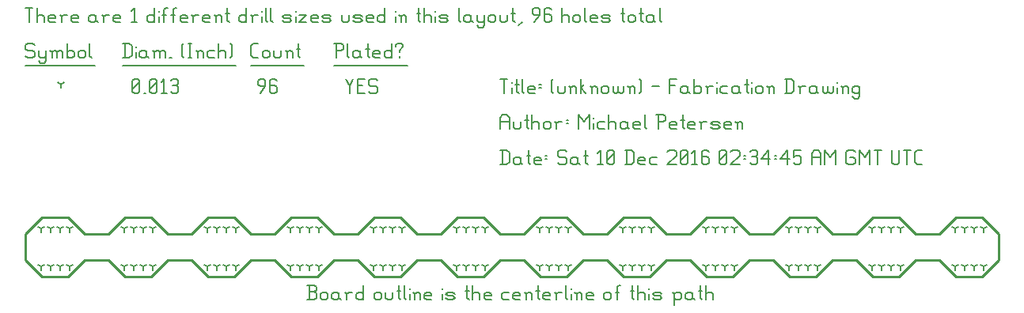
<source format=gbr>
G04 start of page 12 for group -3984 idx -3984 *
G04 Title: (unknown), fab *
G04 Creator: pcb 20140316 *
G04 CreationDate: Sat 10 Dec 2016 02:34:45 AM GMT UTC *
G04 For: railfan *
G04 Format: Gerber/RS-274X *
G04 PCB-Dimensions (mil): 4100.00 250.00 *
G04 PCB-Coordinate-Origin: lower left *
%MOIN*%
%FSLAX25Y25*%
%LNFAB*%
%ADD31C,0.0100*%
%ADD30C,0.0075*%
%ADD29C,0.0060*%
%ADD28C,0.0080*%
G54D28*X6500Y20500D02*Y18900D01*
Y20500D02*X7887Y21300D01*
X6500Y20500D02*X5113Y21300D01*
X10500Y20500D02*Y18900D01*
Y20500D02*X11887Y21300D01*
X10500Y20500D02*X9113Y21300D01*
X14500Y20500D02*Y18900D01*
Y20500D02*X15887Y21300D01*
X14500Y20500D02*X13113Y21300D01*
X18500Y20500D02*Y18900D01*
Y20500D02*X19887Y21300D01*
X18500Y20500D02*X17113Y21300D01*
X6500Y4500D02*Y2900D01*
Y4500D02*X7887Y5300D01*
X6500Y4500D02*X5113Y5300D01*
X10500Y4500D02*Y2900D01*
Y4500D02*X11887Y5300D01*
X10500Y4500D02*X9113Y5300D01*
X14500Y4500D02*Y2900D01*
Y4500D02*X15887Y5300D01*
X14500Y4500D02*X13113Y5300D01*
X18500Y4500D02*Y2900D01*
Y4500D02*X19887Y5300D01*
X18500Y4500D02*X17113Y5300D01*
X41500Y20500D02*Y18900D01*
Y20500D02*X42887Y21300D01*
X41500Y20500D02*X40113Y21300D01*
X45500Y20500D02*Y18900D01*
Y20500D02*X46887Y21300D01*
X45500Y20500D02*X44113Y21300D01*
X49500Y20500D02*Y18900D01*
Y20500D02*X50887Y21300D01*
X49500Y20500D02*X48113Y21300D01*
X53500Y20500D02*Y18900D01*
Y20500D02*X54887Y21300D01*
X53500Y20500D02*X52113Y21300D01*
X41500Y4500D02*Y2900D01*
Y4500D02*X42887Y5300D01*
X41500Y4500D02*X40113Y5300D01*
X45500Y4500D02*Y2900D01*
Y4500D02*X46887Y5300D01*
X45500Y4500D02*X44113Y5300D01*
X49500Y4500D02*Y2900D01*
Y4500D02*X50887Y5300D01*
X49500Y4500D02*X48113Y5300D01*
X53500Y4500D02*Y2900D01*
Y4500D02*X54887Y5300D01*
X53500Y4500D02*X52113Y5300D01*
X76500Y20500D02*Y18900D01*
Y20500D02*X77887Y21300D01*
X76500Y20500D02*X75113Y21300D01*
X80500Y20500D02*Y18900D01*
Y20500D02*X81887Y21300D01*
X80500Y20500D02*X79113Y21300D01*
X84500Y20500D02*Y18900D01*
Y20500D02*X85887Y21300D01*
X84500Y20500D02*X83113Y21300D01*
X88500Y20500D02*Y18900D01*
Y20500D02*X89887Y21300D01*
X88500Y20500D02*X87113Y21300D01*
X76500Y4500D02*Y2900D01*
Y4500D02*X77887Y5300D01*
X76500Y4500D02*X75113Y5300D01*
X80500Y4500D02*Y2900D01*
Y4500D02*X81887Y5300D01*
X80500Y4500D02*X79113Y5300D01*
X84500Y4500D02*Y2900D01*
Y4500D02*X85887Y5300D01*
X84500Y4500D02*X83113Y5300D01*
X88500Y4500D02*Y2900D01*
Y4500D02*X89887Y5300D01*
X88500Y4500D02*X87113Y5300D01*
X111500Y20500D02*Y18900D01*
Y20500D02*X112887Y21300D01*
X111500Y20500D02*X110113Y21300D01*
X115500Y20500D02*Y18900D01*
Y20500D02*X116887Y21300D01*
X115500Y20500D02*X114113Y21300D01*
X119500Y20500D02*Y18900D01*
Y20500D02*X120887Y21300D01*
X119500Y20500D02*X118113Y21300D01*
X123500Y20500D02*Y18900D01*
Y20500D02*X124887Y21300D01*
X123500Y20500D02*X122113Y21300D01*
X111500Y4500D02*Y2900D01*
Y4500D02*X112887Y5300D01*
X111500Y4500D02*X110113Y5300D01*
X115500Y4500D02*Y2900D01*
Y4500D02*X116887Y5300D01*
X115500Y4500D02*X114113Y5300D01*
X119500Y4500D02*Y2900D01*
Y4500D02*X120887Y5300D01*
X119500Y4500D02*X118113Y5300D01*
X123500Y4500D02*Y2900D01*
Y4500D02*X124887Y5300D01*
X123500Y4500D02*X122113Y5300D01*
X146500Y20500D02*Y18900D01*
Y20500D02*X147887Y21300D01*
X146500Y20500D02*X145113Y21300D01*
X150500Y20500D02*Y18900D01*
Y20500D02*X151887Y21300D01*
X150500Y20500D02*X149113Y21300D01*
X154500Y20500D02*Y18900D01*
Y20500D02*X155887Y21300D01*
X154500Y20500D02*X153113Y21300D01*
X158500Y20500D02*Y18900D01*
Y20500D02*X159887Y21300D01*
X158500Y20500D02*X157113Y21300D01*
X146500Y4500D02*Y2900D01*
Y4500D02*X147887Y5300D01*
X146500Y4500D02*X145113Y5300D01*
X150500Y4500D02*Y2900D01*
Y4500D02*X151887Y5300D01*
X150500Y4500D02*X149113Y5300D01*
X154500Y4500D02*Y2900D01*
Y4500D02*X155887Y5300D01*
X154500Y4500D02*X153113Y5300D01*
X158500Y4500D02*Y2900D01*
Y4500D02*X159887Y5300D01*
X158500Y4500D02*X157113Y5300D01*
X181500Y20500D02*Y18900D01*
Y20500D02*X182887Y21300D01*
X181500Y20500D02*X180113Y21300D01*
X185500Y20500D02*Y18900D01*
Y20500D02*X186887Y21300D01*
X185500Y20500D02*X184113Y21300D01*
X189500Y20500D02*Y18900D01*
Y20500D02*X190887Y21300D01*
X189500Y20500D02*X188113Y21300D01*
X193500Y20500D02*Y18900D01*
Y20500D02*X194887Y21300D01*
X193500Y20500D02*X192113Y21300D01*
X181500Y4500D02*Y2900D01*
Y4500D02*X182887Y5300D01*
X181500Y4500D02*X180113Y5300D01*
X185500Y4500D02*Y2900D01*
Y4500D02*X186887Y5300D01*
X185500Y4500D02*X184113Y5300D01*
X189500Y4500D02*Y2900D01*
Y4500D02*X190887Y5300D01*
X189500Y4500D02*X188113Y5300D01*
X193500Y4500D02*Y2900D01*
Y4500D02*X194887Y5300D01*
X193500Y4500D02*X192113Y5300D01*
X216500Y20500D02*Y18900D01*
Y20500D02*X217887Y21300D01*
X216500Y20500D02*X215113Y21300D01*
X220500Y20500D02*Y18900D01*
Y20500D02*X221887Y21300D01*
X220500Y20500D02*X219113Y21300D01*
X224500Y20500D02*Y18900D01*
Y20500D02*X225887Y21300D01*
X224500Y20500D02*X223113Y21300D01*
X228500Y20500D02*Y18900D01*
Y20500D02*X229887Y21300D01*
X228500Y20500D02*X227113Y21300D01*
X216500Y4500D02*Y2900D01*
Y4500D02*X217887Y5300D01*
X216500Y4500D02*X215113Y5300D01*
X220500Y4500D02*Y2900D01*
Y4500D02*X221887Y5300D01*
X220500Y4500D02*X219113Y5300D01*
X224500Y4500D02*Y2900D01*
Y4500D02*X225887Y5300D01*
X224500Y4500D02*X223113Y5300D01*
X228500Y4500D02*Y2900D01*
Y4500D02*X229887Y5300D01*
X228500Y4500D02*X227113Y5300D01*
X251500Y20500D02*Y18900D01*
Y20500D02*X252887Y21300D01*
X251500Y20500D02*X250113Y21300D01*
X255500Y20500D02*Y18900D01*
Y20500D02*X256887Y21300D01*
X255500Y20500D02*X254113Y21300D01*
X259500Y20500D02*Y18900D01*
Y20500D02*X260887Y21300D01*
X259500Y20500D02*X258113Y21300D01*
X263500Y20500D02*Y18900D01*
Y20500D02*X264887Y21300D01*
X263500Y20500D02*X262113Y21300D01*
X251500Y4500D02*Y2900D01*
Y4500D02*X252887Y5300D01*
X251500Y4500D02*X250113Y5300D01*
X255500Y4500D02*Y2900D01*
Y4500D02*X256887Y5300D01*
X255500Y4500D02*X254113Y5300D01*
X259500Y4500D02*Y2900D01*
Y4500D02*X260887Y5300D01*
X259500Y4500D02*X258113Y5300D01*
X263500Y4500D02*Y2900D01*
Y4500D02*X264887Y5300D01*
X263500Y4500D02*X262113Y5300D01*
X286500Y20500D02*Y18900D01*
Y20500D02*X287887Y21300D01*
X286500Y20500D02*X285113Y21300D01*
X290500Y20500D02*Y18900D01*
Y20500D02*X291887Y21300D01*
X290500Y20500D02*X289113Y21300D01*
X294500Y20500D02*Y18900D01*
Y20500D02*X295887Y21300D01*
X294500Y20500D02*X293113Y21300D01*
X298500Y20500D02*Y18900D01*
Y20500D02*X299887Y21300D01*
X298500Y20500D02*X297113Y21300D01*
X286500Y4500D02*Y2900D01*
Y4500D02*X287887Y5300D01*
X286500Y4500D02*X285113Y5300D01*
X290500Y4500D02*Y2900D01*
Y4500D02*X291887Y5300D01*
X290500Y4500D02*X289113Y5300D01*
X294500Y4500D02*Y2900D01*
Y4500D02*X295887Y5300D01*
X294500Y4500D02*X293113Y5300D01*
X298500Y4500D02*Y2900D01*
Y4500D02*X299887Y5300D01*
X298500Y4500D02*X297113Y5300D01*
X321500Y20500D02*Y18900D01*
Y20500D02*X322887Y21300D01*
X321500Y20500D02*X320113Y21300D01*
X325500Y20500D02*Y18900D01*
Y20500D02*X326887Y21300D01*
X325500Y20500D02*X324113Y21300D01*
X329500Y20500D02*Y18900D01*
Y20500D02*X330887Y21300D01*
X329500Y20500D02*X328113Y21300D01*
X333500Y20500D02*Y18900D01*
Y20500D02*X334887Y21300D01*
X333500Y20500D02*X332113Y21300D01*
X321500Y4500D02*Y2900D01*
Y4500D02*X322887Y5300D01*
X321500Y4500D02*X320113Y5300D01*
X325500Y4500D02*Y2900D01*
Y4500D02*X326887Y5300D01*
X325500Y4500D02*X324113Y5300D01*
X329500Y4500D02*Y2900D01*
Y4500D02*X330887Y5300D01*
X329500Y4500D02*X328113Y5300D01*
X333500Y4500D02*Y2900D01*
Y4500D02*X334887Y5300D01*
X333500Y4500D02*X332113Y5300D01*
X356500Y20500D02*Y18900D01*
Y20500D02*X357887Y21300D01*
X356500Y20500D02*X355113Y21300D01*
X360500Y20500D02*Y18900D01*
Y20500D02*X361887Y21300D01*
X360500Y20500D02*X359113Y21300D01*
X364500Y20500D02*Y18900D01*
Y20500D02*X365887Y21300D01*
X364500Y20500D02*X363113Y21300D01*
X368500Y20500D02*Y18900D01*
Y20500D02*X369887Y21300D01*
X368500Y20500D02*X367113Y21300D01*
X356500Y4500D02*Y2900D01*
Y4500D02*X357887Y5300D01*
X356500Y4500D02*X355113Y5300D01*
X360500Y4500D02*Y2900D01*
Y4500D02*X361887Y5300D01*
X360500Y4500D02*X359113Y5300D01*
X364500Y4500D02*Y2900D01*
Y4500D02*X365887Y5300D01*
X364500Y4500D02*X363113Y5300D01*
X368500Y4500D02*Y2900D01*
Y4500D02*X369887Y5300D01*
X368500Y4500D02*X367113Y5300D01*
X391500Y20500D02*Y18900D01*
Y20500D02*X392887Y21300D01*
X391500Y20500D02*X390113Y21300D01*
X395500Y20500D02*Y18900D01*
Y20500D02*X396887Y21300D01*
X395500Y20500D02*X394113Y21300D01*
X399500Y20500D02*Y18900D01*
Y20500D02*X400887Y21300D01*
X399500Y20500D02*X398113Y21300D01*
X403500Y20500D02*Y18900D01*
Y20500D02*X404887Y21300D01*
X403500Y20500D02*X402113Y21300D01*
X391500Y4500D02*Y2900D01*
Y4500D02*X392887Y5300D01*
X391500Y4500D02*X390113Y5300D01*
X395500Y4500D02*Y2900D01*
Y4500D02*X396887Y5300D01*
X395500Y4500D02*X394113Y5300D01*
X399500Y4500D02*Y2900D01*
Y4500D02*X400887Y5300D01*
X399500Y4500D02*X398113Y5300D01*
X403500Y4500D02*Y2900D01*
Y4500D02*X404887Y5300D01*
X403500Y4500D02*X402113Y5300D01*
X15000Y81250D02*Y79650D01*
Y81250D02*X16387Y82050D01*
X15000Y81250D02*X13613Y82050D01*
G54D29*X135000Y83500D02*X136500Y80500D01*
X138000Y83500D01*
X136500Y80500D02*Y77500D01*
X139800Y80800D02*X142050D01*
X139800Y77500D02*X142800D01*
X139800Y83500D02*Y77500D01*
Y83500D02*X142800D01*
X147600D02*X148350Y82750D01*
X145350Y83500D02*X147600D01*
X144600Y82750D02*X145350Y83500D01*
X144600Y82750D02*Y81250D01*
X145350Y80500D01*
X147600D01*
X148350Y79750D01*
Y78250D01*
X147600Y77500D02*X148350Y78250D01*
X145350Y77500D02*X147600D01*
X144600Y78250D02*X145350Y77500D01*
X98750D02*X101000Y80500D01*
Y82750D02*Y80500D01*
X100250Y83500D02*X101000Y82750D01*
X98750Y83500D02*X100250D01*
X98000Y82750D02*X98750Y83500D01*
X98000Y82750D02*Y81250D01*
X98750Y80500D01*
X101000D01*
X105050Y83500D02*X105800Y82750D01*
X103550Y83500D02*X105050D01*
X102800Y82750D02*X103550Y83500D01*
X102800Y82750D02*Y78250D01*
X103550Y77500D01*
X105050Y80800D02*X105800Y80050D01*
X102800Y80800D02*X105050D01*
X103550Y77500D02*X105050D01*
X105800Y78250D01*
Y80050D02*Y78250D01*
X45000D02*X45750Y77500D01*
X45000Y82750D02*Y78250D01*
Y82750D02*X45750Y83500D01*
X47250D01*
X48000Y82750D01*
Y78250D01*
X47250Y77500D02*X48000Y78250D01*
X45750Y77500D02*X47250D01*
X45000Y79000D02*X48000Y82000D01*
X49800Y77500D02*X50550D01*
X52350Y78250D02*X53100Y77500D01*
X52350Y82750D02*Y78250D01*
Y82750D02*X53100Y83500D01*
X54600D01*
X55350Y82750D01*
Y78250D01*
X54600Y77500D02*X55350Y78250D01*
X53100Y77500D02*X54600D01*
X52350Y79000D02*X55350Y82000D01*
X57150Y82300D02*X58350Y83500D01*
Y77500D01*
X57150D02*X59400D01*
X61200Y82750D02*X61950Y83500D01*
X63450D01*
X64200Y82750D01*
X63450Y77500D02*X64200Y78250D01*
X61950Y77500D02*X63450D01*
X61200Y78250D02*X61950Y77500D01*
Y80800D02*X63450D01*
X64200Y82750D02*Y81550D01*
Y80050D02*Y78250D01*
Y80050D02*X63450Y80800D01*
X64200Y81550D02*X63450Y80800D01*
X3000Y98500D02*X3750Y97750D01*
X750Y98500D02*X3000D01*
X0Y97750D02*X750Y98500D01*
X0Y97750D02*Y96250D01*
X750Y95500D01*
X3000D01*
X3750Y94750D01*
Y93250D01*
X3000Y92500D02*X3750Y93250D01*
X750Y92500D02*X3000D01*
X0Y93250D02*X750Y92500D01*
X5550Y95500D02*Y93250D01*
X6300Y92500D01*
X8550Y95500D02*Y91000D01*
X7800Y90250D02*X8550Y91000D01*
X6300Y90250D02*X7800D01*
X5550Y91000D02*X6300Y90250D01*
Y92500D02*X7800D01*
X8550Y93250D01*
X11100Y94750D02*Y92500D01*
Y94750D02*X11850Y95500D01*
X12600D01*
X13350Y94750D01*
Y92500D01*
Y94750D02*X14100Y95500D01*
X14850D01*
X15600Y94750D01*
Y92500D01*
X10350Y95500D02*X11100Y94750D01*
X17400Y98500D02*Y92500D01*
Y93250D02*X18150Y92500D01*
X19650D01*
X20400Y93250D01*
Y94750D02*Y93250D01*
X19650Y95500D02*X20400Y94750D01*
X18150Y95500D02*X19650D01*
X17400Y94750D02*X18150Y95500D01*
X22200Y94750D02*Y93250D01*
Y94750D02*X22950Y95500D01*
X24450D01*
X25200Y94750D01*
Y93250D01*
X24450Y92500D02*X25200Y93250D01*
X22950Y92500D02*X24450D01*
X22200Y93250D02*X22950Y92500D01*
X27000Y98500D02*Y93250D01*
X27750Y92500D01*
X0Y89250D02*X29250D01*
X41750Y98500D02*Y92500D01*
X43700Y98500D02*X44750Y97450D01*
Y93550D01*
X43700Y92500D02*X44750Y93550D01*
X41000Y92500D02*X43700D01*
X41000Y98500D02*X43700D01*
G54D30*X46550Y97000D02*Y96850D01*
G54D29*Y94750D02*Y92500D01*
X50300Y95500D02*X51050Y94750D01*
X48800Y95500D02*X50300D01*
X48050Y94750D02*X48800Y95500D01*
X48050Y94750D02*Y93250D01*
X48800Y92500D01*
X51050Y95500D02*Y93250D01*
X51800Y92500D01*
X48800D02*X50300D01*
X51050Y93250D01*
X54350Y94750D02*Y92500D01*
Y94750D02*X55100Y95500D01*
X55850D01*
X56600Y94750D01*
Y92500D01*
Y94750D02*X57350Y95500D01*
X58100D01*
X58850Y94750D01*
Y92500D01*
X53600Y95500D02*X54350Y94750D01*
X60650Y92500D02*X61400D01*
X65900Y93250D02*X66650Y92500D01*
X65900Y97750D02*X66650Y98500D01*
X65900Y97750D02*Y93250D01*
X68450Y98500D02*X69950D01*
X69200D02*Y92500D01*
X68450D02*X69950D01*
X72500Y94750D02*Y92500D01*
Y94750D02*X73250Y95500D01*
X74000D01*
X74750Y94750D01*
Y92500D01*
X71750Y95500D02*X72500Y94750D01*
X77300Y95500D02*X79550D01*
X76550Y94750D02*X77300Y95500D01*
X76550Y94750D02*Y93250D01*
X77300Y92500D01*
X79550D01*
X81350Y98500D02*Y92500D01*
Y94750D02*X82100Y95500D01*
X83600D01*
X84350Y94750D01*
Y92500D01*
X86150Y98500D02*X86900Y97750D01*
Y93250D01*
X86150Y92500D02*X86900Y93250D01*
X41000Y89250D02*X88700D01*
X96050Y92500D02*X98000D01*
X95000Y93550D02*X96050Y92500D01*
X95000Y97450D02*Y93550D01*
Y97450D02*X96050Y98500D01*
X98000D01*
X99800Y94750D02*Y93250D01*
Y94750D02*X100550Y95500D01*
X102050D01*
X102800Y94750D01*
Y93250D01*
X102050Y92500D02*X102800Y93250D01*
X100550Y92500D02*X102050D01*
X99800Y93250D02*X100550Y92500D01*
X104600Y95500D02*Y93250D01*
X105350Y92500D01*
X106850D01*
X107600Y93250D01*
Y95500D02*Y93250D01*
X110150Y94750D02*Y92500D01*
Y94750D02*X110900Y95500D01*
X111650D01*
X112400Y94750D01*
Y92500D01*
X109400Y95500D02*X110150Y94750D01*
X114950Y98500D02*Y93250D01*
X115700Y92500D01*
X114200Y96250D02*X115700D01*
X95000Y89250D02*X117200D01*
X130750Y98500D02*Y92500D01*
X130000Y98500D02*X133000D01*
X133750Y97750D01*
Y96250D01*
X133000Y95500D02*X133750Y96250D01*
X130750Y95500D02*X133000D01*
X135550Y98500D02*Y93250D01*
X136300Y92500D01*
X140050Y95500D02*X140800Y94750D01*
X138550Y95500D02*X140050D01*
X137800Y94750D02*X138550Y95500D01*
X137800Y94750D02*Y93250D01*
X138550Y92500D01*
X140800Y95500D02*Y93250D01*
X141550Y92500D01*
X138550D02*X140050D01*
X140800Y93250D01*
X144100Y98500D02*Y93250D01*
X144850Y92500D01*
X143350Y96250D02*X144850D01*
X147100Y92500D02*X149350D01*
X146350Y93250D02*X147100Y92500D01*
X146350Y94750D02*Y93250D01*
Y94750D02*X147100Y95500D01*
X148600D01*
X149350Y94750D01*
X146350Y94000D02*X149350D01*
Y94750D02*Y94000D01*
X154150Y98500D02*Y92500D01*
X153400D02*X154150Y93250D01*
X151900Y92500D02*X153400D01*
X151150Y93250D02*X151900Y92500D01*
X151150Y94750D02*Y93250D01*
Y94750D02*X151900Y95500D01*
X153400D01*
X154150Y94750D01*
X157450Y95500D02*Y94750D01*
Y93250D02*Y92500D01*
X155950Y97750D02*Y97000D01*
Y97750D02*X156700Y98500D01*
X158200D01*
X158950Y97750D01*
Y97000D01*
X157450Y95500D02*X158950Y97000D01*
X130000Y89250D02*X160750D01*
X0Y113500D02*X3000D01*
X1500D02*Y107500D01*
X4800Y113500D02*Y107500D01*
Y109750D02*X5550Y110500D01*
X7050D01*
X7800Y109750D01*
Y107500D01*
X10350D02*X12600D01*
X9600Y108250D02*X10350Y107500D01*
X9600Y109750D02*Y108250D01*
Y109750D02*X10350Y110500D01*
X11850D01*
X12600Y109750D01*
X9600Y109000D02*X12600D01*
Y109750D02*Y109000D01*
X15150Y109750D02*Y107500D01*
Y109750D02*X15900Y110500D01*
X17400D01*
X14400D02*X15150Y109750D01*
X19950Y107500D02*X22200D01*
X19200Y108250D02*X19950Y107500D01*
X19200Y109750D02*Y108250D01*
Y109750D02*X19950Y110500D01*
X21450D01*
X22200Y109750D01*
X19200Y109000D02*X22200D01*
Y109750D02*Y109000D01*
X28950Y110500D02*X29700Y109750D01*
X27450Y110500D02*X28950D01*
X26700Y109750D02*X27450Y110500D01*
X26700Y109750D02*Y108250D01*
X27450Y107500D01*
X29700Y110500D02*Y108250D01*
X30450Y107500D01*
X27450D02*X28950D01*
X29700Y108250D01*
X33000Y109750D02*Y107500D01*
Y109750D02*X33750Y110500D01*
X35250D01*
X32250D02*X33000Y109750D01*
X37800Y107500D02*X40050D01*
X37050Y108250D02*X37800Y107500D01*
X37050Y109750D02*Y108250D01*
Y109750D02*X37800Y110500D01*
X39300D01*
X40050Y109750D01*
X37050Y109000D02*X40050D01*
Y109750D02*Y109000D01*
X44550Y112300D02*X45750Y113500D01*
Y107500D01*
X44550D02*X46800D01*
X54300Y113500D02*Y107500D01*
X53550D02*X54300Y108250D01*
X52050Y107500D02*X53550D01*
X51300Y108250D02*X52050Y107500D01*
X51300Y109750D02*Y108250D01*
Y109750D02*X52050Y110500D01*
X53550D01*
X54300Y109750D01*
G54D30*X56100Y112000D02*Y111850D01*
G54D29*Y109750D02*Y107500D01*
X58350Y112750D02*Y107500D01*
Y112750D02*X59100Y113500D01*
X59850D01*
X57600Y110500D02*X59100D01*
X62100Y112750D02*Y107500D01*
Y112750D02*X62850Y113500D01*
X63600D01*
X61350Y110500D02*X62850D01*
X65850Y107500D02*X68100D01*
X65100Y108250D02*X65850Y107500D01*
X65100Y109750D02*Y108250D01*
Y109750D02*X65850Y110500D01*
X67350D01*
X68100Y109750D01*
X65100Y109000D02*X68100D01*
Y109750D02*Y109000D01*
X70650Y109750D02*Y107500D01*
Y109750D02*X71400Y110500D01*
X72900D01*
X69900D02*X70650Y109750D01*
X75450Y107500D02*X77700D01*
X74700Y108250D02*X75450Y107500D01*
X74700Y109750D02*Y108250D01*
Y109750D02*X75450Y110500D01*
X76950D01*
X77700Y109750D01*
X74700Y109000D02*X77700D01*
Y109750D02*Y109000D01*
X80250Y109750D02*Y107500D01*
Y109750D02*X81000Y110500D01*
X81750D01*
X82500Y109750D01*
Y107500D01*
X79500Y110500D02*X80250Y109750D01*
X85050Y113500D02*Y108250D01*
X85800Y107500D01*
X84300Y111250D02*X85800D01*
X93000Y113500D02*Y107500D01*
X92250D02*X93000Y108250D01*
X90750Y107500D02*X92250D01*
X90000Y108250D02*X90750Y107500D01*
X90000Y109750D02*Y108250D01*
Y109750D02*X90750Y110500D01*
X92250D01*
X93000Y109750D01*
X95550D02*Y107500D01*
Y109750D02*X96300Y110500D01*
X97800D01*
X94800D02*X95550Y109750D01*
G54D30*X99600Y112000D02*Y111850D01*
G54D29*Y109750D02*Y107500D01*
X101100Y113500D02*Y108250D01*
X101850Y107500D01*
X103350Y113500D02*Y108250D01*
X104100Y107500D01*
X109050D02*X111300D01*
X112050Y108250D01*
X111300Y109000D02*X112050Y108250D01*
X109050Y109000D02*X111300D01*
X108300Y109750D02*X109050Y109000D01*
X108300Y109750D02*X109050Y110500D01*
X111300D01*
X112050Y109750D01*
X108300Y108250D02*X109050Y107500D01*
G54D30*X113850Y112000D02*Y111850D01*
G54D29*Y109750D02*Y107500D01*
X115350Y110500D02*X118350D01*
X115350Y107500D02*X118350Y110500D01*
X115350Y107500D02*X118350D01*
X120900D02*X123150D01*
X120150Y108250D02*X120900Y107500D01*
X120150Y109750D02*Y108250D01*
Y109750D02*X120900Y110500D01*
X122400D01*
X123150Y109750D01*
X120150Y109000D02*X123150D01*
Y109750D02*Y109000D01*
X125700Y107500D02*X127950D01*
X128700Y108250D01*
X127950Y109000D02*X128700Y108250D01*
X125700Y109000D02*X127950D01*
X124950Y109750D02*X125700Y109000D01*
X124950Y109750D02*X125700Y110500D01*
X127950D01*
X128700Y109750D01*
X124950Y108250D02*X125700Y107500D01*
X133200Y110500D02*Y108250D01*
X133950Y107500D01*
X135450D01*
X136200Y108250D01*
Y110500D02*Y108250D01*
X138750Y107500D02*X141000D01*
X141750Y108250D01*
X141000Y109000D02*X141750Y108250D01*
X138750Y109000D02*X141000D01*
X138000Y109750D02*X138750Y109000D01*
X138000Y109750D02*X138750Y110500D01*
X141000D01*
X141750Y109750D01*
X138000Y108250D02*X138750Y107500D01*
X144300D02*X146550D01*
X143550Y108250D02*X144300Y107500D01*
X143550Y109750D02*Y108250D01*
Y109750D02*X144300Y110500D01*
X145800D01*
X146550Y109750D01*
X143550Y109000D02*X146550D01*
Y109750D02*Y109000D01*
X151350Y113500D02*Y107500D01*
X150600D02*X151350Y108250D01*
X149100Y107500D02*X150600D01*
X148350Y108250D02*X149100Y107500D01*
X148350Y109750D02*Y108250D01*
Y109750D02*X149100Y110500D01*
X150600D01*
X151350Y109750D01*
G54D30*X155850Y112000D02*Y111850D01*
G54D29*Y109750D02*Y107500D01*
X158100Y109750D02*Y107500D01*
Y109750D02*X158850Y110500D01*
X159600D01*
X160350Y109750D01*
Y107500D01*
X157350Y110500D02*X158100Y109750D01*
X165600Y113500D02*Y108250D01*
X166350Y107500D01*
X164850Y111250D02*X166350D01*
X167850Y113500D02*Y107500D01*
Y109750D02*X168600Y110500D01*
X170100D01*
X170850Y109750D01*
Y107500D01*
G54D30*X172650Y112000D02*Y111850D01*
G54D29*Y109750D02*Y107500D01*
X174900D02*X177150D01*
X177900Y108250D01*
X177150Y109000D02*X177900Y108250D01*
X174900Y109000D02*X177150D01*
X174150Y109750D02*X174900Y109000D01*
X174150Y109750D02*X174900Y110500D01*
X177150D01*
X177900Y109750D01*
X174150Y108250D02*X174900Y107500D01*
X182400Y113500D02*Y108250D01*
X183150Y107500D01*
X186900Y110500D02*X187650Y109750D01*
X185400Y110500D02*X186900D01*
X184650Y109750D02*X185400Y110500D01*
X184650Y109750D02*Y108250D01*
X185400Y107500D01*
X187650Y110500D02*Y108250D01*
X188400Y107500D01*
X185400D02*X186900D01*
X187650Y108250D01*
X190200Y110500D02*Y108250D01*
X190950Y107500D01*
X193200Y110500D02*Y106000D01*
X192450Y105250D02*X193200Y106000D01*
X190950Y105250D02*X192450D01*
X190200Y106000D02*X190950Y105250D01*
Y107500D02*X192450D01*
X193200Y108250D01*
X195000Y109750D02*Y108250D01*
Y109750D02*X195750Y110500D01*
X197250D01*
X198000Y109750D01*
Y108250D01*
X197250Y107500D02*X198000Y108250D01*
X195750Y107500D02*X197250D01*
X195000Y108250D02*X195750Y107500D01*
X199800Y110500D02*Y108250D01*
X200550Y107500D01*
X202050D01*
X202800Y108250D01*
Y110500D02*Y108250D01*
X205350Y113500D02*Y108250D01*
X206100Y107500D01*
X204600Y111250D02*X206100D01*
X207600Y106000D02*X209100Y107500D01*
X214350D02*X216600Y110500D01*
Y112750D02*Y110500D01*
X215850Y113500D02*X216600Y112750D01*
X214350Y113500D02*X215850D01*
X213600Y112750D02*X214350Y113500D01*
X213600Y112750D02*Y111250D01*
X214350Y110500D01*
X216600D01*
X220650Y113500D02*X221400Y112750D01*
X219150Y113500D02*X220650D01*
X218400Y112750D02*X219150Y113500D01*
X218400Y112750D02*Y108250D01*
X219150Y107500D01*
X220650Y110800D02*X221400Y110050D01*
X218400Y110800D02*X220650D01*
X219150Y107500D02*X220650D01*
X221400Y108250D01*
Y110050D02*Y108250D01*
X225900Y113500D02*Y107500D01*
Y109750D02*X226650Y110500D01*
X228150D01*
X228900Y109750D01*
Y107500D01*
X230700Y109750D02*Y108250D01*
Y109750D02*X231450Y110500D01*
X232950D01*
X233700Y109750D01*
Y108250D01*
X232950Y107500D02*X233700Y108250D01*
X231450Y107500D02*X232950D01*
X230700Y108250D02*X231450Y107500D01*
X235500Y113500D02*Y108250D01*
X236250Y107500D01*
X238500D02*X240750D01*
X237750Y108250D02*X238500Y107500D01*
X237750Y109750D02*Y108250D01*
Y109750D02*X238500Y110500D01*
X240000D01*
X240750Y109750D01*
X237750Y109000D02*X240750D01*
Y109750D02*Y109000D01*
X243300Y107500D02*X245550D01*
X246300Y108250D01*
X245550Y109000D02*X246300Y108250D01*
X243300Y109000D02*X245550D01*
X242550Y109750D02*X243300Y109000D01*
X242550Y109750D02*X243300Y110500D01*
X245550D01*
X246300Y109750D01*
X242550Y108250D02*X243300Y107500D01*
X251550Y113500D02*Y108250D01*
X252300Y107500D01*
X250800Y111250D02*X252300D01*
X253800Y109750D02*Y108250D01*
Y109750D02*X254550Y110500D01*
X256050D01*
X256800Y109750D01*
Y108250D01*
X256050Y107500D02*X256800Y108250D01*
X254550Y107500D02*X256050D01*
X253800Y108250D02*X254550Y107500D01*
X259350Y113500D02*Y108250D01*
X260100Y107500D01*
X258600Y111250D02*X260100D01*
X263850Y110500D02*X264600Y109750D01*
X262350Y110500D02*X263850D01*
X261600Y109750D02*X262350Y110500D01*
X261600Y109750D02*Y108250D01*
X262350Y107500D01*
X264600Y110500D02*Y108250D01*
X265350Y107500D01*
X262350D02*X263850D01*
X264600Y108250D01*
X267150Y113500D02*Y108250D01*
X267900Y107500D01*
G54D31*X0Y18000D02*X7000Y25000D01*
X18000D01*
X25000Y18000D01*
Y7000D02*X18000Y0D01*
X7000D01*
X0Y7000D02*Y18000D01*
X7000Y0D02*X0Y7000D01*
X25000Y18000D02*X35000D01*
X42000Y25000D01*
X53000D01*
X60000Y18000D01*
X70000D01*
X77000Y25000D01*
X88000D01*
X95000Y18000D01*
X105000D01*
X112000Y25000D01*
X123000D01*
X130000Y18000D01*
X140000D01*
X147000Y25000D01*
X158000D01*
X165000Y18000D01*
X175000D01*
X182000Y25000D01*
X193000D01*
X200000Y18000D01*
X210000D01*
X217000Y25000D01*
X228000D01*
X235000Y18000D01*
X245000D01*
X252000Y25000D01*
X263000D01*
X270000Y18000D01*
X280000D01*
X287000Y25000D01*
X298000D01*
X305000Y18000D01*
X315000D01*
X322000Y25000D01*
X333000D01*
X340000Y18000D01*
Y7000D02*X333000Y0D01*
X322000D01*
X315000Y7000D01*
X305000D01*
X298000Y0D01*
X287000D01*
X280000Y7000D01*
X270000D01*
X263000Y0D01*
X252000D01*
X245000Y7000D01*
X235000D01*
X228000Y0D01*
X217000D01*
X210000Y7000D01*
X200000D01*
X193000Y0D01*
X182000D01*
X175000Y7000D01*
X165000D01*
X158000Y0D01*
X147000D01*
X140000Y7000D01*
X130000D01*
X123000Y0D01*
X112000D01*
X105000Y7000D01*
X95000D01*
X88000Y0D01*
X77000D01*
X70000Y7000D01*
X60000D01*
X53000Y0D01*
X42000D01*
X35000Y7000D01*
X25000D01*
X340000Y18000D02*X350000D01*
Y7000D02*X340000D01*
X375000Y18000D02*X385000D01*
Y7000D02*X375000D01*
X350000Y18000D02*X357000Y25000D01*
X375000Y18000D02*X368000Y25000D01*
X357000D01*
X350000Y7000D02*X357000Y0D01*
X375000Y7000D02*X368000Y0D01*
X357000D01*
X410000Y7000D02*X403000Y0D01*
X385000Y7000D02*X392000Y0D01*
X403000D01*
X410000Y18000D02*X403000Y25000D01*
X385000Y18000D02*X392000Y25000D01*
X403000D01*
X410000Y18000D02*Y7000D01*
G54D29*X118675Y-9500D02*X121675D01*
X122425Y-8750D01*
Y-6950D02*Y-8750D01*
X121675Y-6200D02*X122425Y-6950D01*
X119425Y-6200D02*X121675D01*
X119425Y-3500D02*Y-9500D01*
X118675Y-3500D02*X121675D01*
X122425Y-4250D01*
Y-5450D01*
X121675Y-6200D02*X122425Y-5450D01*
X124225Y-7250D02*Y-8750D01*
Y-7250D02*X124975Y-6500D01*
X126475D01*
X127225Y-7250D01*
Y-8750D01*
X126475Y-9500D02*X127225Y-8750D01*
X124975Y-9500D02*X126475D01*
X124225Y-8750D02*X124975Y-9500D01*
X131275Y-6500D02*X132025Y-7250D01*
X129775Y-6500D02*X131275D01*
X129025Y-7250D02*X129775Y-6500D01*
X129025Y-7250D02*Y-8750D01*
X129775Y-9500D01*
X132025Y-6500D02*Y-8750D01*
X132775Y-9500D01*
X129775D02*X131275D01*
X132025Y-8750D01*
X135325Y-7250D02*Y-9500D01*
Y-7250D02*X136075Y-6500D01*
X137575D01*
X134575D02*X135325Y-7250D01*
X142375Y-3500D02*Y-9500D01*
X141625D02*X142375Y-8750D01*
X140125Y-9500D02*X141625D01*
X139375Y-8750D02*X140125Y-9500D01*
X139375Y-7250D02*Y-8750D01*
Y-7250D02*X140125Y-6500D01*
X141625D01*
X142375Y-7250D01*
X146875D02*Y-8750D01*
Y-7250D02*X147625Y-6500D01*
X149125D01*
X149875Y-7250D01*
Y-8750D01*
X149125Y-9500D02*X149875Y-8750D01*
X147625Y-9500D02*X149125D01*
X146875Y-8750D02*X147625Y-9500D01*
X151675Y-6500D02*Y-8750D01*
X152425Y-9500D01*
X153925D01*
X154675Y-8750D01*
Y-6500D02*Y-8750D01*
X157225Y-3500D02*Y-8750D01*
X157975Y-9500D01*
X156475Y-5750D02*X157975D01*
X159475Y-3500D02*Y-8750D01*
X160225Y-9500D01*
G54D30*X161725Y-5000D02*Y-5150D01*
G54D29*Y-7250D02*Y-9500D01*
X163975Y-7250D02*Y-9500D01*
Y-7250D02*X164725Y-6500D01*
X165475D01*
X166225Y-7250D01*
Y-9500D01*
X163225Y-6500D02*X163975Y-7250D01*
X168775Y-9500D02*X171025D01*
X168025Y-8750D02*X168775Y-9500D01*
X168025Y-7250D02*Y-8750D01*
Y-7250D02*X168775Y-6500D01*
X170275D01*
X171025Y-7250D01*
X168025Y-8000D02*X171025D01*
Y-7250D02*Y-8000D01*
G54D30*X175525Y-5000D02*Y-5150D01*
G54D29*Y-7250D02*Y-9500D01*
X177775D02*X180025D01*
X180775Y-8750D01*
X180025Y-8000D02*X180775Y-8750D01*
X177775Y-8000D02*X180025D01*
X177025Y-7250D02*X177775Y-8000D01*
X177025Y-7250D02*X177775Y-6500D01*
X180025D01*
X180775Y-7250D01*
X177025Y-8750D02*X177775Y-9500D01*
X186025Y-3500D02*Y-8750D01*
X186775Y-9500D01*
X185275Y-5750D02*X186775D01*
X188275Y-3500D02*Y-9500D01*
Y-7250D02*X189025Y-6500D01*
X190525D01*
X191275Y-7250D01*
Y-9500D01*
X193825D02*X196075D01*
X193075Y-8750D02*X193825Y-9500D01*
X193075Y-7250D02*Y-8750D01*
Y-7250D02*X193825Y-6500D01*
X195325D01*
X196075Y-7250D01*
X193075Y-8000D02*X196075D01*
Y-7250D02*Y-8000D01*
X201325Y-6500D02*X203575D01*
X200575Y-7250D02*X201325Y-6500D01*
X200575Y-7250D02*Y-8750D01*
X201325Y-9500D01*
X203575D01*
X206125D02*X208375D01*
X205375Y-8750D02*X206125Y-9500D01*
X205375Y-7250D02*Y-8750D01*
Y-7250D02*X206125Y-6500D01*
X207625D01*
X208375Y-7250D01*
X205375Y-8000D02*X208375D01*
Y-7250D02*Y-8000D01*
X210925Y-7250D02*Y-9500D01*
Y-7250D02*X211675Y-6500D01*
X212425D01*
X213175Y-7250D01*
Y-9500D01*
X210175Y-6500D02*X210925Y-7250D01*
X215725Y-3500D02*Y-8750D01*
X216475Y-9500D01*
X214975Y-5750D02*X216475D01*
X218725Y-9500D02*X220975D01*
X217975Y-8750D02*X218725Y-9500D01*
X217975Y-7250D02*Y-8750D01*
Y-7250D02*X218725Y-6500D01*
X220225D01*
X220975Y-7250D01*
X217975Y-8000D02*X220975D01*
Y-7250D02*Y-8000D01*
X223525Y-7250D02*Y-9500D01*
Y-7250D02*X224275Y-6500D01*
X225775D01*
X222775D02*X223525Y-7250D01*
X227575Y-3500D02*Y-8750D01*
X228325Y-9500D01*
G54D30*X229825Y-5000D02*Y-5150D01*
G54D29*Y-7250D02*Y-9500D01*
X232075Y-7250D02*Y-9500D01*
Y-7250D02*X232825Y-6500D01*
X233575D01*
X234325Y-7250D01*
Y-9500D01*
X231325Y-6500D02*X232075Y-7250D01*
X236875Y-9500D02*X239125D01*
X236125Y-8750D02*X236875Y-9500D01*
X236125Y-7250D02*Y-8750D01*
Y-7250D02*X236875Y-6500D01*
X238375D01*
X239125Y-7250D01*
X236125Y-8000D02*X239125D01*
Y-7250D02*Y-8000D01*
X243625Y-7250D02*Y-8750D01*
Y-7250D02*X244375Y-6500D01*
X245875D01*
X246625Y-7250D01*
Y-8750D01*
X245875Y-9500D02*X246625Y-8750D01*
X244375Y-9500D02*X245875D01*
X243625Y-8750D02*X244375Y-9500D01*
X249175Y-4250D02*Y-9500D01*
Y-4250D02*X249925Y-3500D01*
X250675D01*
X248425Y-6500D02*X249925D01*
X255625Y-3500D02*Y-8750D01*
X256375Y-9500D01*
X254875Y-5750D02*X256375D01*
X257875Y-3500D02*Y-9500D01*
Y-7250D02*X258625Y-6500D01*
X260125D01*
X260875Y-7250D01*
Y-9500D01*
G54D30*X262675Y-5000D02*Y-5150D01*
G54D29*Y-7250D02*Y-9500D01*
X264925D02*X267175D01*
X267925Y-8750D01*
X267175Y-8000D02*X267925Y-8750D01*
X264925Y-8000D02*X267175D01*
X264175Y-7250D02*X264925Y-8000D01*
X264175Y-7250D02*X264925Y-6500D01*
X267175D01*
X267925Y-7250D01*
X264175Y-8750D02*X264925Y-9500D01*
X273175Y-7250D02*Y-11750D01*
X272425Y-6500D02*X273175Y-7250D01*
X273925Y-6500D01*
X275425D01*
X276175Y-7250D01*
Y-8750D01*
X275425Y-9500D02*X276175Y-8750D01*
X273925Y-9500D02*X275425D01*
X273175Y-8750D02*X273925Y-9500D01*
X280225Y-6500D02*X280975Y-7250D01*
X278725Y-6500D02*X280225D01*
X277975Y-7250D02*X278725Y-6500D01*
X277975Y-7250D02*Y-8750D01*
X278725Y-9500D01*
X280975Y-6500D02*Y-8750D01*
X281725Y-9500D01*
X278725D02*X280225D01*
X280975Y-8750D01*
X284275Y-3500D02*Y-8750D01*
X285025Y-9500D01*
X283525Y-5750D02*X285025D01*
X286525Y-3500D02*Y-9500D01*
Y-7250D02*X287275Y-6500D01*
X288775D01*
X289525Y-7250D01*
Y-9500D01*
X200750Y53500D02*Y47500D01*
X202700Y53500D02*X203750Y52450D01*
Y48550D01*
X202700Y47500D02*X203750Y48550D01*
X200000Y47500D02*X202700D01*
X200000Y53500D02*X202700D01*
X207800Y50500D02*X208550Y49750D01*
X206300Y50500D02*X207800D01*
X205550Y49750D02*X206300Y50500D01*
X205550Y49750D02*Y48250D01*
X206300Y47500D01*
X208550Y50500D02*Y48250D01*
X209300Y47500D01*
X206300D02*X207800D01*
X208550Y48250D01*
X211850Y53500D02*Y48250D01*
X212600Y47500D01*
X211100Y51250D02*X212600D01*
X214850Y47500D02*X217100D01*
X214100Y48250D02*X214850Y47500D01*
X214100Y49750D02*Y48250D01*
Y49750D02*X214850Y50500D01*
X216350D01*
X217100Y49750D01*
X214100Y49000D02*X217100D01*
Y49750D02*Y49000D01*
X218900Y51250D02*X219650D01*
X218900Y49750D02*X219650D01*
X227150Y53500D02*X227900Y52750D01*
X224900Y53500D02*X227150D01*
X224150Y52750D02*X224900Y53500D01*
X224150Y52750D02*Y51250D01*
X224900Y50500D01*
X227150D01*
X227900Y49750D01*
Y48250D01*
X227150Y47500D02*X227900Y48250D01*
X224900Y47500D02*X227150D01*
X224150Y48250D02*X224900Y47500D01*
X231950Y50500D02*X232700Y49750D01*
X230450Y50500D02*X231950D01*
X229700Y49750D02*X230450Y50500D01*
X229700Y49750D02*Y48250D01*
X230450Y47500D01*
X232700Y50500D02*Y48250D01*
X233450Y47500D01*
X230450D02*X231950D01*
X232700Y48250D01*
X236000Y53500D02*Y48250D01*
X236750Y47500D01*
X235250Y51250D02*X236750D01*
X240950Y52300D02*X242150Y53500D01*
Y47500D01*
X240950D02*X243200D01*
X245000Y48250D02*X245750Y47500D01*
X245000Y52750D02*Y48250D01*
Y52750D02*X245750Y53500D01*
X247250D01*
X248000Y52750D01*
Y48250D01*
X247250Y47500D02*X248000Y48250D01*
X245750Y47500D02*X247250D01*
X245000Y49000D02*X248000Y52000D01*
X253250Y53500D02*Y47500D01*
X255200Y53500D02*X256250Y52450D01*
Y48550D01*
X255200Y47500D02*X256250Y48550D01*
X252500Y47500D02*X255200D01*
X252500Y53500D02*X255200D01*
X258800Y47500D02*X261050D01*
X258050Y48250D02*X258800Y47500D01*
X258050Y49750D02*Y48250D01*
Y49750D02*X258800Y50500D01*
X260300D01*
X261050Y49750D01*
X258050Y49000D02*X261050D01*
Y49750D02*Y49000D01*
X263600Y50500D02*X265850D01*
X262850Y49750D02*X263600Y50500D01*
X262850Y49750D02*Y48250D01*
X263600Y47500D01*
X265850D01*
X270350Y52750D02*X271100Y53500D01*
X273350D01*
X274100Y52750D01*
Y51250D01*
X270350Y47500D02*X274100Y51250D01*
X270350Y47500D02*X274100D01*
X275900Y48250D02*X276650Y47500D01*
X275900Y52750D02*Y48250D01*
Y52750D02*X276650Y53500D01*
X278150D01*
X278900Y52750D01*
Y48250D01*
X278150Y47500D02*X278900Y48250D01*
X276650Y47500D02*X278150D01*
X275900Y49000D02*X278900Y52000D01*
X280700Y52300D02*X281900Y53500D01*
Y47500D01*
X280700D02*X282950D01*
X287000Y53500D02*X287750Y52750D01*
X285500Y53500D02*X287000D01*
X284750Y52750D02*X285500Y53500D01*
X284750Y52750D02*Y48250D01*
X285500Y47500D01*
X287000Y50800D02*X287750Y50050D01*
X284750Y50800D02*X287000D01*
X285500Y47500D02*X287000D01*
X287750Y48250D01*
Y50050D02*Y48250D01*
X292250D02*X293000Y47500D01*
X292250Y52750D02*Y48250D01*
Y52750D02*X293000Y53500D01*
X294500D01*
X295250Y52750D01*
Y48250D01*
X294500Y47500D02*X295250Y48250D01*
X293000Y47500D02*X294500D01*
X292250Y49000D02*X295250Y52000D01*
X297050Y52750D02*X297800Y53500D01*
X300050D01*
X300800Y52750D01*
Y51250D01*
X297050Y47500D02*X300800Y51250D01*
X297050Y47500D02*X300800D01*
X302600Y51250D02*X303350D01*
X302600Y49750D02*X303350D01*
X305150Y52750D02*X305900Y53500D01*
X307400D01*
X308150Y52750D01*
X307400Y47500D02*X308150Y48250D01*
X305900Y47500D02*X307400D01*
X305150Y48250D02*X305900Y47500D01*
Y50800D02*X307400D01*
X308150Y52750D02*Y51550D01*
Y50050D02*Y48250D01*
Y50050D02*X307400Y50800D01*
X308150Y51550D02*X307400Y50800D01*
X309950Y49750D02*X312950Y53500D01*
X309950Y49750D02*X313700D01*
X312950Y53500D02*Y47500D01*
X315500Y51250D02*X316250D01*
X315500Y49750D02*X316250D01*
X318050D02*X321050Y53500D01*
X318050Y49750D02*X321800D01*
X321050Y53500D02*Y47500D01*
X323600Y53500D02*X326600D01*
X323600D02*Y50500D01*
X324350Y51250D01*
X325850D01*
X326600Y50500D01*
Y48250D01*
X325850Y47500D02*X326600Y48250D01*
X324350Y47500D02*X325850D01*
X323600Y48250D02*X324350Y47500D01*
X331100Y52000D02*Y47500D01*
Y52000D02*X332150Y53500D01*
X333800D01*
X334850Y52000D01*
Y47500D01*
X331100Y50500D02*X334850D01*
X336650Y53500D02*Y47500D01*
Y53500D02*X338900Y50500D01*
X341150Y53500D01*
Y47500D01*
X348650Y53500D02*X349400Y52750D01*
X346400Y53500D02*X348650D01*
X345650Y52750D02*X346400Y53500D01*
X345650Y52750D02*Y48250D01*
X346400Y47500D01*
X348650D01*
X349400Y48250D01*
Y49750D02*Y48250D01*
X348650Y50500D02*X349400Y49750D01*
X347150Y50500D02*X348650D01*
X351200Y53500D02*Y47500D01*
Y53500D02*X353450Y50500D01*
X355700Y53500D01*
Y47500D01*
X357500Y53500D02*X360500D01*
X359000D02*Y47500D01*
X365000Y53500D02*Y48250D01*
X365750Y47500D01*
X367250D01*
X368000Y48250D01*
Y53500D02*Y48250D01*
X369800Y53500D02*X372800D01*
X371300D02*Y47500D01*
X375650D02*X377600D01*
X374600Y48550D02*X375650Y47500D01*
X374600Y52450D02*Y48550D01*
Y52450D02*X375650Y53500D01*
X377600D01*
X200000Y67000D02*Y62500D01*
Y67000D02*X201050Y68500D01*
X202700D01*
X203750Y67000D01*
Y62500D01*
X200000Y65500D02*X203750D01*
X205550D02*Y63250D01*
X206300Y62500D01*
X207800D01*
X208550Y63250D01*
Y65500D02*Y63250D01*
X211100Y68500D02*Y63250D01*
X211850Y62500D01*
X210350Y66250D02*X211850D01*
X213350Y68500D02*Y62500D01*
Y64750D02*X214100Y65500D01*
X215600D01*
X216350Y64750D01*
Y62500D01*
X218150Y64750D02*Y63250D01*
Y64750D02*X218900Y65500D01*
X220400D01*
X221150Y64750D01*
Y63250D01*
X220400Y62500D02*X221150Y63250D01*
X218900Y62500D02*X220400D01*
X218150Y63250D02*X218900Y62500D01*
X223700Y64750D02*Y62500D01*
Y64750D02*X224450Y65500D01*
X225950D01*
X222950D02*X223700Y64750D01*
X227750Y66250D02*X228500D01*
X227750Y64750D02*X228500D01*
X233000Y68500D02*Y62500D01*
Y68500D02*X235250Y65500D01*
X237500Y68500D01*
Y62500D01*
G54D30*X239300Y67000D02*Y66850D01*
G54D29*Y64750D02*Y62500D01*
X241550Y65500D02*X243800D01*
X240800Y64750D02*X241550Y65500D01*
X240800Y64750D02*Y63250D01*
X241550Y62500D01*
X243800D01*
X245600Y68500D02*Y62500D01*
Y64750D02*X246350Y65500D01*
X247850D01*
X248600Y64750D01*
Y62500D01*
X252650Y65500D02*X253400Y64750D01*
X251150Y65500D02*X252650D01*
X250400Y64750D02*X251150Y65500D01*
X250400Y64750D02*Y63250D01*
X251150Y62500D01*
X253400Y65500D02*Y63250D01*
X254150Y62500D01*
X251150D02*X252650D01*
X253400Y63250D01*
X256700Y62500D02*X258950D01*
X255950Y63250D02*X256700Y62500D01*
X255950Y64750D02*Y63250D01*
Y64750D02*X256700Y65500D01*
X258200D01*
X258950Y64750D01*
X255950Y64000D02*X258950D01*
Y64750D02*Y64000D01*
X260750Y68500D02*Y63250D01*
X261500Y62500D01*
X266450Y68500D02*Y62500D01*
X265700Y68500D02*X268700D01*
X269450Y67750D01*
Y66250D01*
X268700Y65500D02*X269450Y66250D01*
X266450Y65500D02*X268700D01*
X272000Y62500D02*X274250D01*
X271250Y63250D02*X272000Y62500D01*
X271250Y64750D02*Y63250D01*
Y64750D02*X272000Y65500D01*
X273500D01*
X274250Y64750D01*
X271250Y64000D02*X274250D01*
Y64750D02*Y64000D01*
X276800Y68500D02*Y63250D01*
X277550Y62500D01*
X276050Y66250D02*X277550D01*
X279800Y62500D02*X282050D01*
X279050Y63250D02*X279800Y62500D01*
X279050Y64750D02*Y63250D01*
Y64750D02*X279800Y65500D01*
X281300D01*
X282050Y64750D01*
X279050Y64000D02*X282050D01*
Y64750D02*Y64000D01*
X284600Y64750D02*Y62500D01*
Y64750D02*X285350Y65500D01*
X286850D01*
X283850D02*X284600Y64750D01*
X289400Y62500D02*X291650D01*
X292400Y63250D01*
X291650Y64000D02*X292400Y63250D01*
X289400Y64000D02*X291650D01*
X288650Y64750D02*X289400Y64000D01*
X288650Y64750D02*X289400Y65500D01*
X291650D01*
X292400Y64750D01*
X288650Y63250D02*X289400Y62500D01*
X294950D02*X297200D01*
X294200Y63250D02*X294950Y62500D01*
X294200Y64750D02*Y63250D01*
Y64750D02*X294950Y65500D01*
X296450D01*
X297200Y64750D01*
X294200Y64000D02*X297200D01*
Y64750D02*Y64000D01*
X299750Y64750D02*Y62500D01*
Y64750D02*X300500Y65500D01*
X301250D01*
X302000Y64750D01*
Y62500D01*
X299000Y65500D02*X299750Y64750D01*
X200000Y83500D02*X203000D01*
X201500D02*Y77500D01*
G54D30*X204800Y82000D02*Y81850D01*
G54D29*Y79750D02*Y77500D01*
X207050Y83500D02*Y78250D01*
X207800Y77500D01*
X206300Y81250D02*X207800D01*
X209300Y83500D02*Y78250D01*
X210050Y77500D01*
X212300D02*X214550D01*
X211550Y78250D02*X212300Y77500D01*
X211550Y79750D02*Y78250D01*
Y79750D02*X212300Y80500D01*
X213800D01*
X214550Y79750D01*
X211550Y79000D02*X214550D01*
Y79750D02*Y79000D01*
X216350Y81250D02*X217100D01*
X216350Y79750D02*X217100D01*
X221600Y78250D02*X222350Y77500D01*
X221600Y82750D02*X222350Y83500D01*
X221600Y82750D02*Y78250D01*
X224150Y80500D02*Y78250D01*
X224900Y77500D01*
X226400D01*
X227150Y78250D01*
Y80500D02*Y78250D01*
X229700Y79750D02*Y77500D01*
Y79750D02*X230450Y80500D01*
X231200D01*
X231950Y79750D01*
Y77500D01*
X228950Y80500D02*X229700Y79750D01*
X233750Y83500D02*Y77500D01*
Y79750D02*X236000Y77500D01*
X233750Y79750D02*X235250Y81250D01*
X238550Y79750D02*Y77500D01*
Y79750D02*X239300Y80500D01*
X240050D01*
X240800Y79750D01*
Y77500D01*
X237800Y80500D02*X238550Y79750D01*
X242600D02*Y78250D01*
Y79750D02*X243350Y80500D01*
X244850D01*
X245600Y79750D01*
Y78250D01*
X244850Y77500D02*X245600Y78250D01*
X243350Y77500D02*X244850D01*
X242600Y78250D02*X243350Y77500D01*
X247400Y80500D02*Y78250D01*
X248150Y77500D01*
X248900D01*
X249650Y78250D01*
Y80500D02*Y78250D01*
X250400Y77500D01*
X251150D01*
X251900Y78250D01*
Y80500D02*Y78250D01*
X254450Y79750D02*Y77500D01*
Y79750D02*X255200Y80500D01*
X255950D01*
X256700Y79750D01*
Y77500D01*
X253700Y80500D02*X254450Y79750D01*
X258500Y83500D02*X259250Y82750D01*
Y78250D01*
X258500Y77500D02*X259250Y78250D01*
X263750Y80500D02*X266750D01*
X271250Y83500D02*Y77500D01*
Y83500D02*X274250D01*
X271250Y80800D02*X273500D01*
X278300Y80500D02*X279050Y79750D01*
X276800Y80500D02*X278300D01*
X276050Y79750D02*X276800Y80500D01*
X276050Y79750D02*Y78250D01*
X276800Y77500D01*
X279050Y80500D02*Y78250D01*
X279800Y77500D01*
X276800D02*X278300D01*
X279050Y78250D01*
X281600Y83500D02*Y77500D01*
Y78250D02*X282350Y77500D01*
X283850D01*
X284600Y78250D01*
Y79750D02*Y78250D01*
X283850Y80500D02*X284600Y79750D01*
X282350Y80500D02*X283850D01*
X281600Y79750D02*X282350Y80500D01*
X287150Y79750D02*Y77500D01*
Y79750D02*X287900Y80500D01*
X289400D01*
X286400D02*X287150Y79750D01*
G54D30*X291200Y82000D02*Y81850D01*
G54D29*Y79750D02*Y77500D01*
X293450Y80500D02*X295700D01*
X292700Y79750D02*X293450Y80500D01*
X292700Y79750D02*Y78250D01*
X293450Y77500D01*
X295700D01*
X299750Y80500D02*X300500Y79750D01*
X298250Y80500D02*X299750D01*
X297500Y79750D02*X298250Y80500D01*
X297500Y79750D02*Y78250D01*
X298250Y77500D01*
X300500Y80500D02*Y78250D01*
X301250Y77500D01*
X298250D02*X299750D01*
X300500Y78250D01*
X303800Y83500D02*Y78250D01*
X304550Y77500D01*
X303050Y81250D02*X304550D01*
G54D30*X306050Y82000D02*Y81850D01*
G54D29*Y79750D02*Y77500D01*
X307550Y79750D02*Y78250D01*
Y79750D02*X308300Y80500D01*
X309800D01*
X310550Y79750D01*
Y78250D01*
X309800Y77500D02*X310550Y78250D01*
X308300Y77500D02*X309800D01*
X307550Y78250D02*X308300Y77500D01*
X313100Y79750D02*Y77500D01*
Y79750D02*X313850Y80500D01*
X314600D01*
X315350Y79750D01*
Y77500D01*
X312350Y80500D02*X313100Y79750D01*
X320600Y83500D02*Y77500D01*
X322550Y83500D02*X323600Y82450D01*
Y78550D01*
X322550Y77500D02*X323600Y78550D01*
X319850Y77500D02*X322550D01*
X319850Y83500D02*X322550D01*
X326150Y79750D02*Y77500D01*
Y79750D02*X326900Y80500D01*
X328400D01*
X325400D02*X326150Y79750D01*
X332450Y80500D02*X333200Y79750D01*
X330950Y80500D02*X332450D01*
X330200Y79750D02*X330950Y80500D01*
X330200Y79750D02*Y78250D01*
X330950Y77500D01*
X333200Y80500D02*Y78250D01*
X333950Y77500D01*
X330950D02*X332450D01*
X333200Y78250D01*
X335750Y80500D02*Y78250D01*
X336500Y77500D01*
X337250D01*
X338000Y78250D01*
Y80500D02*Y78250D01*
X338750Y77500D01*
X339500D01*
X340250Y78250D01*
Y80500D02*Y78250D01*
G54D30*X342050Y82000D02*Y81850D01*
G54D29*Y79750D02*Y77500D01*
X344300Y79750D02*Y77500D01*
Y79750D02*X345050Y80500D01*
X345800D01*
X346550Y79750D01*
Y77500D01*
X343550Y80500D02*X344300Y79750D01*
X350600Y80500D02*X351350Y79750D01*
X349100Y80500D02*X350600D01*
X348350Y79750D02*X349100Y80500D01*
X348350Y79750D02*Y78250D01*
X349100Y77500D01*
X350600D01*
X351350Y78250D01*
X348350Y76000D02*X349100Y75250D01*
X350600D01*
X351350Y76000D01*
Y80500D02*Y76000D01*
M02*

</source>
